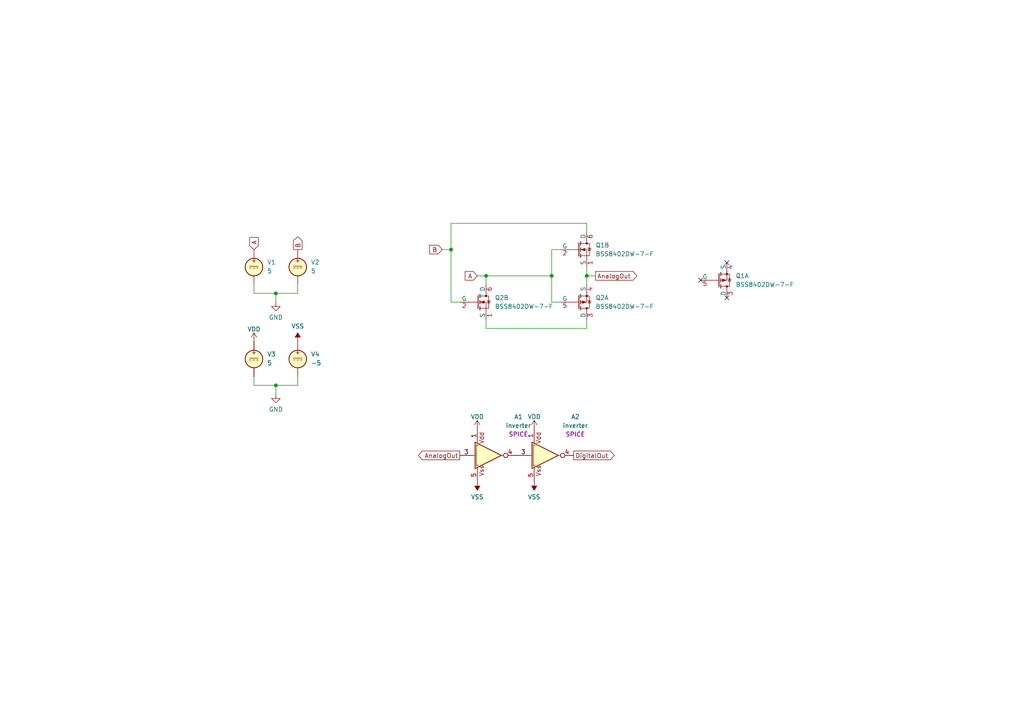
<source format=kicad_sch>
(kicad_sch (version 20250114) (generator "eeschema") (generator_version "9.0")
  (paper "A4")
  (lib_symbols
    (symbol "Simulation_SPICE:VDC" (pin_numbers (hide yes)) (pin_names (offset 0.0254))
      (property "Reference" "V" (at 2.54 2.54 0))
      (property "Value" "1" (at 2.54 0 0))
      (symbol "VDC_0_0"
        (polyline (pts (xy -1.27 0.254) (xy 1.27 0.254)))
        (polyline (pts (xy -0.762 -0.254) (xy -1.27 -0.254)))
        (polyline (pts (xy 0.254 -0.254) (xy -0.254 -0.254)))
        (polyline (pts (xy 1.27 -0.254) (xy 0.762 -0.254)))
        (text "+" (at 0 1.905 0) (effects (font (size 1.27 1.27))))
      )
      (symbol "VDC_0_1"
        (circle (center 0 0) (radius 2.54) (stroke (width 0.254)) (fill (type background)))
      )
      (symbol "VDC_1_1"
        (pin passive line (at 0 5.08 270) (length 2.54) (name "~") (number "1"))
        (pin passive line (at 0 -5.08 90) (length 2.54) (name "~") (number "2"))
      )
    )
    (symbol "TernaryLogic:inverter" (pin_names (offset 1.016))
      (property "Reference" "A" (at -0.635 1.27 0))
      (property "Value" "inverter" (at -0.635 -0.635 0))
      (property "Spice_Primitive" "X" (at -0.635 1.27 0))
      (property "Spice_Model" "Inverter" (at -0.635 1.27 0))
      (property "Spice_Netlist_Enabled" "Y" (at -0.635 1.27 0))
      (symbol "inverter_0_0"
        (polyline (pts (xy -3.81 0) (xy -3.302 0)))
        (polyline (pts (xy -2.54 3.81) (xy -2.54 3.556)))
        (polyline (pts (xy -2.54 -3.81) (xy -2.54 -3.556)))
        (polyline (pts (xy 5.08 0) (xy 4.318 0)))
        (text "Vdd" (at -1.27 5.08 900) (effects (font (size 1.27 1.27))))
        (text "Vss" (at -1.27 -4.445 900) (effects (font (size 1.27 1.27))))
      )
      (symbol "inverter_0_1"
        (polyline (pts (xy -2.794 3.048) (xy -2.286 2.794)) (stroke (width 0.1524)))
        (polyline (pts (xy -2.794 3.048) (xy -2.794 -3.048) (xy -2.286 -2.794)) (stroke (width 0.1524)))
      )
      (symbol "inverter_1_1"
        (polyline (pts (xy -3.175 3.81) (xy -3.175 -3.81) (xy 4.445 0) (xy -3.175 3.81)) (stroke (width 0.254)) (fill (type background)))
        (pin input line (at -7.62 0 0) (length 3.81) (name "~") (number "3"))
        (pin power_in line (at -2.54 7.62 270) (length 3.81) (name "~") (number "1"))
        (pin power_in line (at -2.54 -7.62 90) (length 3.81) (name "~") (number "5"))
        (pin output inverted (at 8.89 0 180) (length 3.81) (name "~") (number "4"))
      )
    )
    (symbol "Tritium:BSS8402DW-7-F" (pin_names (offset 0))
      (property "Reference" "Q" (at 2.54 1.27 0))
      (property "Value" "BSS8402DW-7-F" (at 2.54 -1.27 0))
      (symbol "BSS8402DW-7-F_0_1"
        (polyline (pts (xy -2.286 0) (xy -5.08 0)))
        (polyline (pts (xy -2.286 -1.905) (xy -2.286 1.905)) (stroke (width 0.254)))
        (polyline (pts (xy -1.778 1.27) (xy -1.778 2.286)) (stroke (width 0.254)))
        (polyline (pts (xy -1.778 -0.508) (xy -1.778 0.508)) (stroke (width 0.254)))
        (polyline (pts (xy -1.778 -1.778) (xy 0.762 -1.778) (xy 0.762 1.778) (xy -1.778 1.778)))
        (polyline (pts (xy -1.778 -2.286) (xy -1.778 -1.27)) (stroke (width 0.254)))
        (polyline (pts (xy 0 2.54) (xy 0 1.778)))
        (circle (center 0 1.778) (radius 0.254) (fill (type outline)))
        (polyline (pts (xy 0.254 0.508) (xy 0.381 0.381) (xy 1.143 0.381) (xy 1.27 0.254)))
        (polyline (pts (xy 0.762 0.381) (xy 0.381 -0.254) (xy 1.143 -0.254) (xy 0.762 0.381)))
      )
      (symbol "BSS8402DW-7-F_1_1"
        (polyline (pts (xy -0.254 0) (xy -1.27 -0.381) (xy -1.27 0.381) (xy -0.254 0)) (fill (type outline)))
        (polyline (pts (xy 0 2.54) (xy 0 0) (xy -1.778 0)))
        (circle (center 0 -1.778) (radius 0.254) (fill (type outline)))
        (polyline (pts (xy 0 -2.54) (xy 0 -1.778)))
        (pin input line (at -7.62 0 0) (length 2.54) (name "G") (number "5"))
        (pin passive line (at 0 5.08 270) (length 2.54) (name "S") (number "4"))
        (pin passive line (at 0 -5.08 90) (length 2.54) (name "D") (number "3"))
      )
      (symbol "BSS8402DW-7-F_2_1"
        (polyline (pts (xy -1.524 0) (xy -0.508 0.381) (xy -0.508 -0.381) (xy -1.524 0)) (fill (type outline)))
        (polyline (pts (xy 0 -2.54) (xy 0 0) (xy -1.778 0)))
        (pin input line (at -7.62 0 0) (length 2.54) (name "G") (number "2"))
        (pin passive line (at 0 5.08 270) (length 2.54) (name "D") (number "6"))
        (pin passive line (at 0 -5.08 90) (length 2.54) (name "S") (number "1"))
      )
    )
    (symbol "power:GND" (power) (pin_names (offset 0))
      (property "Value" "GND" (at 0 -3.81 0))
      (symbol "GND_0_1"
        (polyline (pts (xy 0 0) (xy 0 -1.27) (xy 1.27 -1.27) (xy 0 -2.54) (xy -1.27 -1.27) (xy 0 -1.27)))
      )
      (symbol "GND_1_1"
        (pin power_in line (at 0 0 270) (length 0) (hide yes) (name "GND") (number "1"))
      )
    )
    (symbol "power:VDD" (power) (pin_names (offset 0))
      (property "Value" "VDD" (at 0 3.81 0))
      (symbol "VDD_0_1"
        (polyline (pts (xy -0.762 1.27) (xy 0 2.54)))
        (polyline (pts (xy 0 2.54) (xy 0.762 1.27)))
        (polyline (pts (xy 0 0) (xy 0 2.54)))
      )
      (symbol "VDD_1_1"
        (pin power_in line (at 0 0 90) (length 0) (hide yes) (name "VDD") (number "1"))
      )
    )
    (symbol "power:VSS" (power) (pin_names (offset 0))
      (property "Value" "VSS" (at 0 3.81 0))
      (symbol "VSS_0_1"
        (polyline (pts (xy 0 0) (xy 0 2.54)))
        (polyline (pts (xy 0.762 1.27) (xy -0.762 1.27) (xy 0 2.54) (xy 0.762 1.27)) (fill (type outline)))
      )
      (symbol "VSS_1_1"
        (pin power_in line (at 0 0 90) (length 0) (hide yes) (name "VSS") (number "1"))
      )
    )
  )
  (junction (at 80.01 85.09))
  (junction (at 160.02 80.01))
  (junction (at 130.81 72.39))
  (junction (at 140.97 80.01))
  (junction (at 80.01 111.76))
  (junction (at 170.18 80.01))
  (no_connect (at 210.82 86.36))
  (no_connect (at 210.82 76.2))
  (no_connect (at 203.2 81.28))
  (wire (pts (xy 170.18 92.71) (xy 170.18 95.25)))
  (wire (pts (xy 170.18 80.01) (xy 170.18 82.55)))
  (wire (pts (xy 140.97 95.25) (xy 140.97 92.71)))
  (wire (pts (xy 140.97 80.01) (xy 160.02 80.01)))
  (wire (pts (xy 80.01 85.09) (xy 86.36 85.09)))
  (wire (pts (xy 138.43 80.01) (xy 140.97 80.01)))
  (wire (pts (xy 73.66 85.09) (xy 80.01 85.09)))
  (wire (pts (xy 73.66 82.55) (xy 73.66 85.09)))
  (wire (pts (xy 170.18 77.47) (xy 170.18 80.01)))
  (wire (pts (xy 86.36 111.76) (xy 86.36 109.22)))
  (wire (pts (xy 170.18 95.25) (xy 140.97 95.25)))
  (wire (pts (xy 170.18 64.77) (xy 170.18 67.31)))
  (wire (pts (xy 160.02 87.63) (xy 162.56 87.63)))
  (wire (pts (xy 160.02 80.01) (xy 160.02 87.63)))
  (wire (pts (xy 80.01 111.76) (xy 86.36 111.76)))
  (wire (pts (xy 80.01 85.09) (xy 80.01 87.63)))
  (wire (pts (xy 160.02 72.39) (xy 160.02 80.01)))
  (wire (pts (xy 170.18 80.01) (xy 172.72 80.01)))
  (wire (pts (xy 133.35 87.63) (xy 130.81 87.63)))
  (wire (pts (xy 73.66 111.76) (xy 80.01 111.76)))
  (wire (pts (xy 140.97 80.01) (xy 140.97 82.55)))
  (wire (pts (xy 130.81 64.77) (xy 130.81 72.39)))
  (wire (pts (xy 128.27 72.39) (xy 130.81 72.39)))
  (wire (pts (xy 86.36 85.09) (xy 86.36 82.55)))
  (wire (pts (xy 130.81 64.77) (xy 170.18 64.77)))
  (wire (pts (xy 80.01 111.76) (xy 80.01 114.3)))
  (wire (pts (xy 73.66 109.22) (xy 73.66 111.76)))
  (wire (pts (xy 162.56 72.39) (xy 160.02 72.39)))
  (wire (pts (xy 130.81 72.39) (xy 130.81 87.63)))
  (global_label "B" (shape output) (at 86.36 72.39 90) (property "Intersheetrefs" "${INTERSHEET_REFS}" (effects (hide yes))))
  (global_label "DigitalOut" (shape output) (at 166.37 132.08 0) (property "Intersheetrefs" "${INTERSHEET_REFS}" (effects (hide yes))))
  (global_label "AnalogOut" (shape output) (at 172.72 80.01 0) (property "Intersheetrefs" "${INTERSHEET_REFS}" (effects (hide yes))))
  (global_label "A" (shape input) (at 138.43 80.01 180) (property "Intersheetrefs" "${INTERSHEET_REFS}" (effects (hide yes))))
  (global_label "AnalogOut" (shape output) (at 133.35 132.08 180) (property "Intersheetrefs" "${INTERSHEET_REFS}" (effects (hide yes))))
  (global_label "B" (shape input) (at 128.27 72.39 180) (property "Intersheetrefs" "${INTERSHEET_REFS}" (effects (hide yes))))
  (global_label "A" (shape input) (at 73.66 72.39 90) (property "Intersheetrefs" "${INTERSHEET_REFS}" (effects (hide yes))))
  (symbol (lib_id "Tritium:BSS8402DW-7-F") (at 210.82 81.28 0) (unit 1)
    (property "Reference" "Q1" (at 213.36 80.0099 0) (effects (justify left)))
    (property "Value" "BSS8402DW-7-F" (at 213.36 82.5499 0) (effects (justify left)))
    (property "Footprint" "Package_TO_SOT_SMD:SOT-363_SC-70-6_Handsoldering" (effects (hide yes)))
    (property "Datasheet" "https://www.diodes.com/assets/Datasheets/ds30380.pdf" (effects (hide yes)))
    (property "Sim.Pins" "1=1 2=2 3=3 4=4 5=5 6=6" (effects (hide yes)))
    (property "Sim.Device" "SPICE" (effects (hide yes)))
    (property "Sim.Params" "type=\"X\" model=\"BSS8402DW\" lib=\"${TRITIUM_LIB}/TritiumSpice.lib\"" (effects (hide yes)))
    (property "Spice_Netlist_Enabled" "Y" (effects (hide yes)))
  )
  (symbol (lib_id "power:VDD") (at 154.94 124.46 0) (unit 1)
    (property "Reference" "#PWR07" (effects (hide yes)))
    (property "Value" "VDD" (at 154.94 120.8842 0))
  )
  (symbol (lib_id "Tritium:BSS8402DW-7-F") (at 170.18 72.39 0) (unit 2)
    (property "Reference" "Q1" (at 172.72 71.1199 0) (effects (justify left)))
    (property "Value" "BSS8402DW-7-F" (at 172.72 73.6599 0) (effects (justify left)))
    (property "Footprint" "Package_TO_SOT_SMD:SOT-363_SC-70-6_Handsoldering" (effects (hide yes)))
    (property "Datasheet" "https://www.diodes.com/assets/Datasheets/ds30380.pdf" (effects (hide yes)))
    (property "Sim.Pins" "1=1 2=2 3=3 4=4 5=5 6=6" (effects (hide yes)))
    (property "Sim.Device" "SPICE" (effects (hide yes)))
    (property "Sim.Params" "type=\"X\" model=\"BSS8402DW\" lib=\"${TRITIUM_LIB}/TritiumSpice.lib\"" (effects (hide yes)))
    (property "Spice_Netlist_Enabled" "Y" (effects (hide yes)))
  )
  (symbol (lib_id "power:GND") (at 80.01 87.63 0) (unit 1)
    (property "Reference" "#PWR01" (effects (hide yes)))
    (property "Value" "GND" (at 80.01 92.0734 0))
  )
  (symbol (lib_id "Tritium:BSS8402DW-7-F") (at 140.97 87.63 0) (unit 2)
    (property "Reference" "Q2" (at 143.51 86.3599 0) (effects (justify left)))
    (property "Value" "BSS8402DW-7-F" (at 143.51 88.8999 0) (effects (justify left)))
    (property "Footprint" "Package_TO_SOT_SMD:SOT-363_SC-70-6_Handsoldering" (effects (hide yes)))
    (property "Datasheet" "https://www.diodes.com/assets/Datasheets/ds30380.pdf" (effects (hide yes)))
    (property "Sim.Pins" "1=1 2=2 3=3 4=4 5=5 6=6" (effects (hide yes)))
    (property "Sim.Device" "SPICE" (effects (hide yes)))
    (property "Sim.Params" "type=\"X\" model=\"BSS8402DW\" lib=\"${TRITIUM_LIB}/TritiumSpice.lib\"" (effects (hide yes)))
    (property "Spice_Netlist_Enabled" "Y" (effects (hide yes)))
  )
  (symbol (lib_id "Simulation_SPICE:VDC") (at 86.36 104.14 0) (unit 1)
    (property "Reference" "V4" (at 90.17 102.7401 0) (effects (justify left)))
    (property "Value" "-5" (at 90.17 105.2801 0) (effects (justify left)))
    (property "Datasheet" "https://ngspice.sourceforge.io/docs/ngspice-html-manual/manual.xhtml#sec_Independent_Sources_for" (effects (hide yes)))
    (property "Description" "Voltage source, DC" (effects (hide yes)))
    (property "Sim.Pins" "1=+ 2=-" (effects (hide yes)))
    (property "Sim.Type" "DC" (effects (hide yes)))
    (property "Sim.Device" "V" (effects (hide yes)))
  )
  (symbol (lib_id "power:VDD") (at 73.66 99.06 0) (unit 1)
    (property "Reference" "#PWR02" (effects (hide yes)))
    (property "Value" "VDD" (at 73.66 95.4842 0))
  )
  (symbol (lib_id "power:VSS") (at 138.43 139.7 180) (unit 1)
    (property "Reference" "#PWR06" (effects (hide yes)))
    (property "Value" "VSS" (at 138.43 144.1434 0))
  )
  (symbol (lib_id "Simulation_SPICE:VDC") (at 73.66 77.47 0) (unit 1)
    (property "Reference" "V1" (at 77.47 76.0701 0) (effects (justify left)))
    (property "Value" "5" (at 77.47 78.6101 0) (effects (justify left)))
    (property "Datasheet" "https://ngspice.sourceforge.io/docs/ngspice-html-manual/manual.xhtml#sec_Independent_Sources_for" (effects (hide yes)))
    (property "Description" "Voltage source, DC" (effects (hide yes)))
    (property "Sim.Pins" "1=+ 2=-" (effects (hide yes)))
    (property "Sim.Type" "DC" (effects (hide yes)))
    (property "Sim.Device" "V" (effects (hide yes)))
  )
  (symbol (lib_id "Tritium:BSS8402DW-7-F") (at 170.18 87.63 0) (unit 1)
    (property "Reference" "Q2" (at 172.72 86.3599 0) (effects (justify left)))
    (property "Value" "BSS8402DW-7-F" (at 172.72 88.8999 0) (effects (justify left)))
    (property "Footprint" "Package_TO_SOT_SMD:SOT-363_SC-70-6_Handsoldering" (effects (hide yes)))
    (property "Datasheet" "https://www.diodes.com/assets/Datasheets/ds30380.pdf" (effects (hide yes)))
    (property "Sim.Pins" "1=1 2=2 3=3 4=4 5=5 6=6" (effects (hide yes)))
    (property "Sim.Device" "SPICE" (effects (hide yes)))
    (property "Sim.Params" "type=\"X\" model=\"BSS8402DW\" lib=\"${TRITIUM_LIB}/TritiumSpice.lib\"" (effects (hide yes)))
    (property "Spice_Netlist_Enabled" "Y" (effects (hide yes)))
  )
  (symbol (lib_id "Simulation_SPICE:VDC") (at 86.36 77.47 0) (unit 1)
    (property "Reference" "V2" (at 90.17 76.0701 0) (effects (justify left)))
    (property "Value" "5" (at 90.17 78.6101 0) (effects (justify left)))
    (property "Datasheet" "https://ngspice.sourceforge.io/docs/ngspice-html-manual/manual.xhtml#sec_Independent_Sources_for" (effects (hide yes)))
    (property "Description" "Voltage source, DC" (effects (hide yes)))
    (property "Sim.Pins" "1=+ 2=-" (effects (hide yes)))
    (property "Sim.Type" "DC" (effects (hide yes)))
    (property "Sim.Device" "V" (effects (hide yes)))
  )
  (symbol (lib_id "power:VSS") (at 154.94 139.7 180) (unit 1)
    (property "Reference" "#PWR08" (effects (hide yes)))
    (property "Value" "VSS" (at 154.94 144.1434 0))
  )
  (symbol (lib_id "Simulation_SPICE:VDC") (at 73.66 104.14 0) (unit 1)
    (property "Reference" "V3" (at 77.47 102.7401 0) (effects (justify left)))
    (property "Value" "5" (at 77.47 105.2801 0) (effects (justify left)))
    (property "Datasheet" "https://ngspice.sourceforge.io/docs/ngspice-html-manual/manual.xhtml#sec_Independent_Sources_for" (effects (hide yes)))
    (property "Description" "Voltage source, DC" (effects (hide yes)))
    (property "Sim.Pins" "1=+ 2=-" (effects (hide yes)))
    (property "Sim.Type" "DC" (effects (hide yes)))
    (property "Sim.Device" "V" (effects (hide yes)))
  )
  (symbol (lib_id "TernaryLogic:inverter") (at 157.48 132.08 0) (unit 1)
    (property "Reference" "A2" (at 166.8727 120.8966 0))
    (property "Value" "inverter" (at 166.8727 123.4335 0))
    (property "Footprint" "Ternary_Rev_1:inverter" (effects (hide yes)))
    (property "Sim.Device" "SPICE" (at 166.8727 125.9704 0))
    (property "Sim.Params" "type=\"X\" model=\"Inverter\" lib=\"${TRITIUM_LIB}/TritiumSpice.lib\"" (effects (hide yes)))
    (property "Sim.Pins" "1=1 3=2 4=3 5=4" (effects (hide yes)))
  )
  (symbol (lib_id "TernaryLogic:inverter") (at 140.97 132.08 0) (unit 1)
    (property "Reference" "A1" (at 150.3627 120.8966 0))
    (property "Value" "inverter" (at 150.3627 123.4335 0))
    (property "Footprint" "Ternary_Rev_1:inverter" (effects (hide yes)))
    (property "Sim.Device" "SPICE" (at 150.3627 125.9704 0))
    (property "Sim.Params" "type=\"X\" model=\"Inverter\" lib=\"${TRITIUM_LIB}/TritiumSpice.lib\"" (effects (hide yes)))
    (property "Sim.Pins" "1=1 3=2 4=3 5=4" (effects (hide yes)))
  )
  (symbol (lib_id "power:VSS") (at 86.36 99.06 0) (unit 1)
    (property "Reference" "#PWR04" (effects (hide yes)))
    (property "Value" "VSS" (at 86.36 94.6166 0))
  )
  (symbol (lib_id "power:GND") (at 80.01 114.3 0) (unit 1)
    (property "Reference" "#PWR03" (effects (hide yes)))
    (property "Value" "GND" (at 80.01 118.7434 0))
  )
  (symbol (lib_id "power:VDD") (at 138.43 124.46 0) (unit 1)
    (property "Reference" "#PWR05" (effects (hide yes)))
    (property "Value" "VDD" (at 138.43 120.8842 0))
  )
)
</source>
